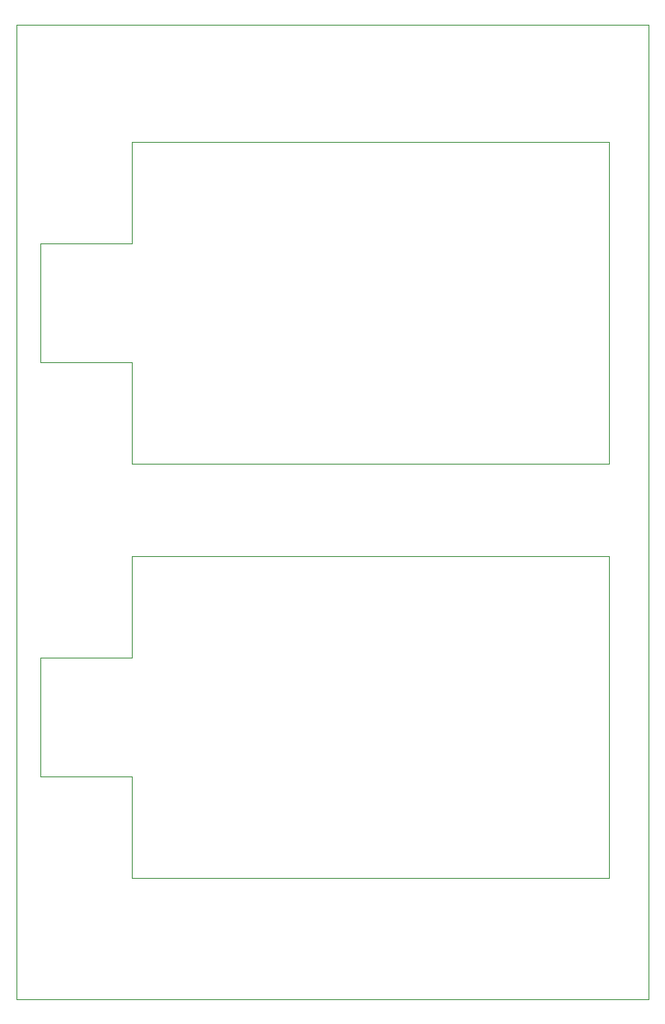
<source format=gbr>
G04 #@! TF.GenerationSoftware,KiCad,Pcbnew,(5.1.5)-3*
G04 #@! TF.CreationDate,2022-04-02T01:18:13+03:00*
G04 #@! TF.ProjectId,USB-UART_PANEL,5553422d-5541-4525-945f-50414e454c2e,rev?*
G04 #@! TF.SameCoordinates,Original*
G04 #@! TF.FileFunction,Paste,Top*
G04 #@! TF.FilePolarity,Positive*
%FSLAX46Y46*%
G04 Gerber Fmt 4.6, Leading zero omitted, Abs format (unit mm)*
G04 Created by KiCad (PCBNEW (5.1.5)-3) date 2022-04-02 01:18:13*
%MOMM*%
%LPD*%
G04 APERTURE LIST*
%ADD10C,0.050000*%
G04 APERTURE END LIST*
D10*
X0Y100000000D02*
X0Y0D01*
X65000000Y100000000D02*
X0Y100000000D01*
X65000000Y0D02*
X65000000Y100000000D01*
X0Y0D02*
X65000000Y0D01*
X2500000Y22914000D02*
X2500000Y35106000D01*
X11898000Y22914000D02*
X2500000Y22914000D01*
X11898000Y12500000D02*
X11898000Y22914000D01*
X60920000Y12500000D02*
X11898000Y12500000D01*
X60920000Y45520000D02*
X60920000Y12500000D01*
X11898000Y45520000D02*
X60920000Y45520000D01*
X11898000Y35106000D02*
X11898000Y45520000D01*
X2500000Y35106000D02*
X11898000Y35106000D01*
X2500000Y65414000D02*
X2500000Y77606000D01*
X11898000Y65414000D02*
X2500000Y65414000D01*
X11898000Y55000000D02*
X11898000Y65414000D01*
X60920000Y55000000D02*
X11898000Y55000000D01*
X60920000Y88020000D02*
X60920000Y55000000D01*
X11898000Y88020000D02*
X60920000Y88020000D01*
X11898000Y77606000D02*
X11898000Y88020000D01*
X2500000Y77606000D02*
X11898000Y77606000D01*
M02*

</source>
